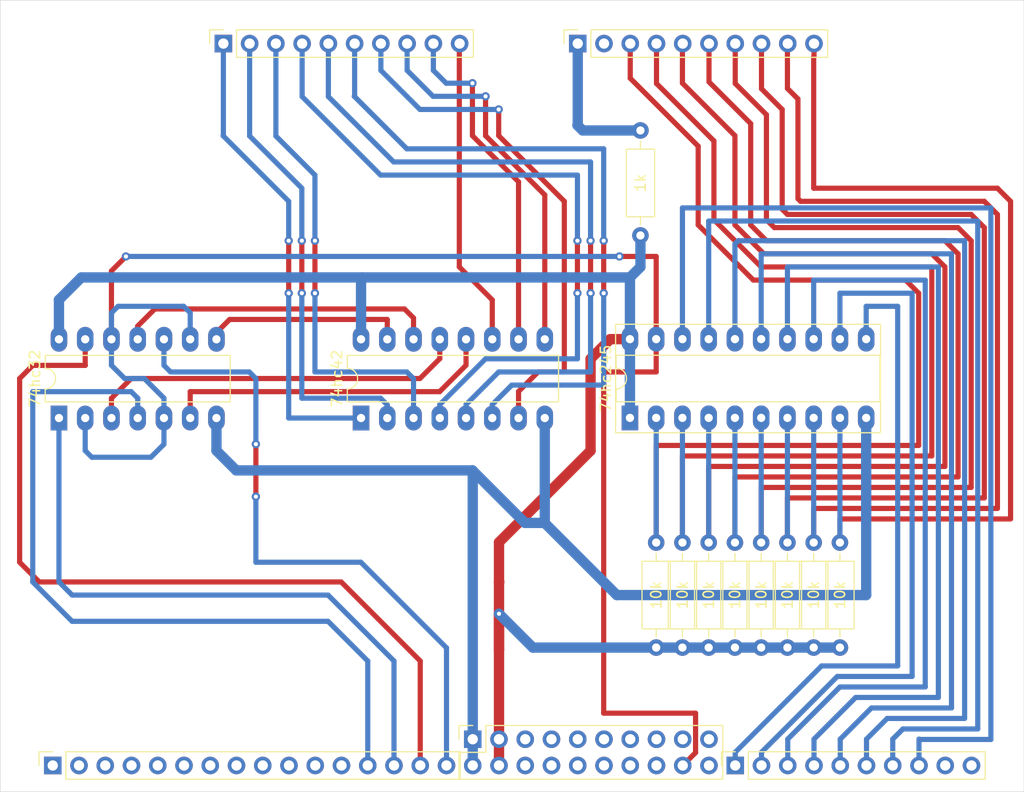
<source format=kicad_pcb>
(kicad_pcb (version 20211014) (generator pcbnew)
  (layers (0 "F.Cu" signal) (31 "B.Cu" signal) (34 "B.Paste" user) (35 "F.Paste" user) (36 "B.SilkS" user "B.Silkscreen") (37 "F.SilkS" user "F.Silkscreen") (38 "B.Mask" user) (39 "F.Mask" user) (44 "Edge.Cuts" user))
  (net 0 "")
  (footprint "Package_DIP:DIP-14_W7.62mm_LongPads" (layer "F.Cu") (at 97.15 100.98 90)
    (fp_text reference "74hc32" (at 3.81 -2.33 90) (layer "F.SilkS"))
    (fp_text value "DIP-14_W7.62mm_LongPads" hide)
    (pad "1" thru_hole rect (at 0 0 90) (size 2.4 1.6) (drill 0.8) (layers *.Cu *.Mask))
    (pad "2" thru_hole oval (at 0 2.54 90) (size 2.4 1.6) (drill 0.8) (layers *.Cu *.Mask))
    (pad "3" thru_hole oval (at 0 5.08 90) (size 2.4 1.6) (drill 0.8) (layers *.Cu *.Mask))
    (pad "4" thru_hole oval (at 0 7.62 90) (size 2.4 1.6) (drill 0.8) (layers *.Cu *.Mask))
    (pad "5" thru_hole oval (at 0 10.16 90) (size 2.4 1.6) (drill 0.8) (layers *.Cu *.Mask))
    (pad "6" thru_hole oval (at 0 12.7 90) (size 2.4 1.6) (drill 0.8) (layers *.Cu *.Mask))
    (pad "7" thru_hole oval (at 0 15.24 90) (size 2.4 1.6) (drill 0.8) (layers *.Cu *.Mask))
    (pad "8" thru_hole oval (at 7.62 15.24 90) (size 2.4 1.6) (drill 0.8) (layers *.Cu *.Mask))
    (pad "9" thru_hole oval (at 7.62 12.7 90) (size 2.4 1.6) (drill 0.8) (layers *.Cu *.Mask))
    (pad "10" thru_hole oval (at 7.62 10.16 90) (size 2.4 1.6) (drill 0.8) (layers *.Cu *.Mask))
    (pad "11" thru_hole oval (at 7.62 7.62 90) (size 2.4 1.6) (drill 0.8) (layers *.Cu *.Mask))
    (pad "12" thru_hole oval (at 7.62 5.08 90) (size 2.4 1.6) (drill 0.8) (layers *.Cu *.Mask))
    (pad "13" thru_hole oval (at 7.62 2.54 90) (size 2.4 1.6) (drill 0.8) (layers *.Cu *.Mask))
    (pad "14" thru_hole oval (at 7.62 0 90) (size 2.4 1.6) (drill 0.8) (layers *.Cu *.Mask))
  )
  (footprint "Connector_PinSocket_2.54mm:PinSocket_1x16_P2.54mm_Vertical" (layer "F.Cu") (at 96.55 134.6 90)
    (fp_text reference "REF**" hide)
    (fp_text value "PinSocket_1x16_P2.54mm_Vertical" hide)
    (pad "1" thru_hole rect (at 0 0 90) (size 1.7 1.7) (drill 1) (layers F&B.Cu *.Mask))
    (pad "2" thru_hole oval (at 0 2.54 90) (size 1.7 1.7) (drill 1) (layers F&B.Cu *.Mask))
    (pad "3" thru_hole oval (at 0 5.08 90) (size 1.7 1.7) (drill 1) (layers F&B.Cu *.Mask))
    (pad "4" thru_hole oval (at 0 7.62 90) (size 1.7 1.7) (drill 1) (layers F&B.Cu *.Mask))
    (pad "5" thru_hole oval (at 0 10.16 90) (size 1.7 1.7) (drill 1) (layers F&B.Cu *.Mask))
    (pad "6" thru_hole oval (at 0 12.7 90) (size 1.7 1.7) (drill 1) (layers F&B.Cu *.Mask))
    (pad "7" thru_hole oval (at 0 15.24 90) (size 1.7 1.7) (drill 1) (layers F&B.Cu *.Mask))
    (pad "8" thru_hole oval (at 0 17.78 90) (size 1.7 1.7) (drill 1) (layers F&B.Cu *.Mask))
    (pad "9" thru_hole oval (at 0 20.32 90) (size 1.7 1.7) (drill 1) (layers F&B.Cu *.Mask))
    (pad "10" thru_hole oval (at 0 22.86 90) (size 1.7 1.7) (drill 1) (layers F&B.Cu *.Mask))
    (pad "11" thru_hole oval (at 0 25.4 90) (size 1.7 1.7) (drill 1) (layers F&B.Cu *.Mask))
    (pad "12" thru_hole oval (at 0 27.94 90) (size 1.7 1.7) (drill 1) (layers F&B.Cu *.Mask))
    (pad "13" thru_hole oval (at 0 30.48 90) (size 1.7 1.7) (drill 1) (layers F&B.Cu *.Mask))
    (pad "14" thru_hole oval (at 0 33.02 90) (size 1.7 1.7) (drill 1) (layers F&B.Cu *.Mask))
    (pad "15" thru_hole oval (at 0 35.56 90) (size 1.7 1.7) (drill 1) (layers F&B.Cu *.Mask))
    (pad "16" thru_hole oval (at 0 38.1 90) (size 1.7 1.7) (drill 1) (layers F&B.Cu *.Mask))
  )
  (footprint "Resistor_THT:R_Axial_DIN0207_L6.3mm_D2.5mm_P10.16mm_Horizontal" (layer "F.Cu") (at 165.1 123.19 90)
    (fp_text reference "10k" (at 5.08 0 90) (layer "F.SilkS"))
    (fp_text value "R_Axial_DIN0207_L6.3mm_D2.5mm_P10.16mm_Horizontal" hide)
    (pad "1" thru_hole circle (at 0 0 90) (size 1.6 1.6) (drill 0.8) (layers F&B.Cu *.Mask))
    (pad "2" thru_hole oval (at 10.16 0 90) (size 1.6 1.6) (drill 0.8) (layers F&B.Cu *.Mask))
  )
  (footprint "Resistor_THT:R_Axial_DIN0207_L6.3mm_D2.5mm_P10.16mm_Horizontal" (layer "F.Cu") (at 153.416 73.152 -90)
    (fp_text reference "1k" (at 5.08 0 90) (layer "F.SilkS"))
    (fp_text value "R_Axial_DIN0207_L6.3mm_D2.5mm_P10.16mm_Horizontal" hide)
    (pad "1" thru_hole circle (at 0 0 270) (size 1.6 1.6) (drill 0.8) (layers F&B.Cu *.Mask))
    (pad "2" thru_hole oval (at 10.16 0 270) (size 1.6 1.6) (drill 0.8) (layers F&B.Cu *.Mask))
  )
  (footprint "Connector_PinSocket_2.54mm:PinSocket_1x10_P2.54mm_Vertical" (layer "F.Cu") (at 113.06 64.745 90)
    (fp_text reference "REF**" hide)
    (fp_text value "PinSocket_1x10_P2.54mm_Vertical" hide)
    (pad "1" thru_hole rect (at 0 0 90) (size 1.7 1.7) (drill 1) (layers F&B.Cu *.Mask))
    (pad "2" thru_hole oval (at 0 2.54 90) (size 1.7 1.7) (drill 1) (layers F&B.Cu *.Mask))
    (pad "3" thru_hole oval (at 0 5.08 90) (size 1.7 1.7) (drill 1) (layers F&B.Cu *.Mask))
    (pad "4" thru_hole oval (at 0 7.62 90) (size 1.7 1.7) (drill 1) (layers F&B.Cu *.Mask))
    (pad "5" thru_hole oval (at 0 10.16 90) (size 1.7 1.7) (drill 1) (layers F&B.Cu *.Mask))
    (pad "6" thru_hole oval (at 0 12.7 90) (size 1.7 1.7) (drill 1) (layers F&B.Cu *.Mask))
    (pad "7" thru_hole oval (at 0 15.24 90) (size 1.7 1.7) (drill 1) (layers F&B.Cu *.Mask))
    (pad "8" thru_hole oval (at 0 17.78 90) (size 1.7 1.7) (drill 1) (layers F&B.Cu *.Mask))
    (pad "9" thru_hole oval (at 0 20.32 90) (size 1.7 1.7) (drill 1) (layers F&B.Cu *.Mask))
    (pad "10" thru_hole oval (at 0 22.86 90) (size 1.7 1.7) (drill 1) (layers F&B.Cu *.Mask))
  )
  (footprint "Resistor_THT:R_Axial_DIN0207_L6.3mm_D2.5mm_P10.16mm_Horizontal" (layer "F.Cu") (at 154.94 123.19 90)
    (fp_text reference "10k" (at 5.08 0 90) (layer "F.SilkS"))
    (fp_text value "R_Axial_DIN0207_L6.3mm_D2.5mm_P10.16mm_Horizontal" hide)
    (pad "1" thru_hole circle (at 0 0 90) (size 1.6 1.6) (drill 0.8) (layers *.Cu *.Mask))
    (pad "2" thru_hole oval (at 10.16 0 90) (size 1.6 1.6) (drill 0.8) (layers *.Cu *.Mask))
  )
  (footprint "Resistor_THT:R_Axial_DIN0207_L6.3mm_D2.5mm_P10.16mm_Horizontal" (layer "F.Cu") (at 167.64 123.19 90)
    (fp_text reference "10k" (at 5.08 0 90) (layer "F.SilkS"))
    (fp_text value "R_Axial_DIN0207_L6.3mm_D2.5mm_P10.16mm_Horizontal" hide)
    (pad "1" thru_hole circle (at 0 0 90) (size 1.6 1.6) (drill 0.8) (layers F&B.Cu *.Mask))
    (pad "2" thru_hole oval (at 10.16 0 90) (size 1.6 1.6) (drill 0.8) (layers F&B.Cu *.Mask))
  )
  (footprint "Package_DIP:DIP-20_W7.62mm_Socket_LongPads" (layer "F.Cu") (at 152.4 100.965 90)
    (fp_text reference "74hc245" (at 3.81 -2.33 90) (layer "F.SilkS"))
    (fp_text value "DIP-20_W7.62mm_Socket_LongPads" hide)
    (pad "1" thru_hole rect (at 0 0 90) (size 2.4 1.6) (drill 0.8) (layers *.Cu *.Mask))
    (pad "2" thru_hole oval (at 0 2.54 90) (size 2.4 1.6) (drill 0.8) (layers *.Cu *.Mask))
    (pad "3" thru_hole oval (at 0 5.08 90) (size 2.4 1.6) (drill 0.8) (layers *.Cu *.Mask))
    (pad "4" thru_hole oval (at 0 7.62 90) (size 2.4 1.6) (drill 0.8) (layers *.Cu *.Mask))
    (pad "5" thru_hole oval (at 0 10.16 90) (size 2.4 1.6) (drill 0.8) (layers *.Cu *.Mask))
    (pad "6" thru_hole oval (at 0 12.7 90) (size 2.4 1.6) (drill 0.8) (layers *.Cu *.Mask))
    (pad "7" thru_hole oval (at 0 15.24 90) (size 2.4 1.6) (drill 0.8) (layers *.Cu *.Mask))
    (pad "8" thru_hole oval (at 0 17.78 90) (size 2.4 1.6) (drill 0.8) (layers *.Cu *.Mask))
    (pad "9" thru_hole oval (at 0 20.32 90) (size 2.4 1.6) (drill 0.8) (layers *.Cu *.Mask))
    (pad "10" thru_hole oval (at 0 22.86 90) (size 2.4 1.6) (drill 0.8) (layers *.Cu *.Mask))
    (pad "11" thru_hole oval (at 7.62 22.86 90) (size 2.4 1.6) (drill 0.8) (layers *.Cu *.Mask))
    (pad "12" thru_hole oval (at 7.62 20.32 90) (size 2.4 1.6) (drill 0.8) (layers *.Cu *.Mask))
    (pad "13" thru_hole oval (at 7.62 17.78 90) (size 2.4 1.6) (drill 0.8) (layers *.Cu *.Mask))
    (pad "14" thru_hole oval (at 7.62 15.24 90) (size 2.4 1.6) (drill 0.8) (layers *.Cu *.Mask))
    (pad "15" thru_hole oval (at 7.62 12.7 90) (size 2.4 1.6) (drill 0.8) (layers *.Cu *.Mask))
    (pad "16" thru_hole oval (at 7.62 10.16 90) (size 2.4 1.6) (drill 0.8) (layers *.Cu *.Mask))
    (pad "17" thru_hole oval (at 7.62 7.62 90) (size 2.4 1.6) (drill 0.8) (layers *.Cu *.Mask))
    (pad "18" thru_hole oval (at 7.62 5.08 90) (size 2.4 1.6) (drill 0.8) (layers *.Cu *.Mask))
    (pad "19" thru_hole oval (at 7.62 2.54 90) (size 2.4 1.6) (drill 0.8) (layers *.Cu *.Mask))
    (pad "20" thru_hole oval (at 7.62 0 90) (size 2.4 1.6) (drill 0.8) (layers *.Cu *.Mask))
  )
  (footprint "Resistor_THT:R_Axial_DIN0207_L6.3mm_D2.5mm_P10.16mm_Horizontal" (layer "F.Cu") (at 162.56 123.19 90)
    (fp_text reference "10k" (at 5.08 0 90) (layer "F.SilkS"))
    (fp_text value "R_Axial_DIN0207_L6.3mm_D2.5mm_P10.16mm_Horizontal" hide)
    (pad "1" thru_hole circle (at 0 0 90) (size 1.6 1.6) (drill 0.8) (layers F&B.Cu *.Mask))
    (pad "2" thru_hole oval (at 10.16 0 90) (size 1.6 1.6) (drill 0.8) (layers F&B.Cu *.Mask))
  )
  (footprint "Connector_PinSocket_2.54mm:PinSocket_1x10_P2.54mm_Vertical" (layer "F.Cu") (at 162.59 134.6 90)
    (fp_text reference "REF**" hide)
    (fp_text value "PinSocket_1x10_P2.54mm_Vertical" hide)
    (pad "1" thru_hole rect (at 0 0 90) (size 1.7 1.7) (drill 1) (layers F&B.Cu *.Mask))
    (pad "2" thru_hole oval (at 0 2.54 90) (size 1.7 1.7) (drill 1) (layers F&B.Cu *.Mask))
    (pad "3" thru_hole oval (at 0 5.08 90) (size 1.7 1.7) (drill 1) (layers F&B.Cu *.Mask))
    (pad "4" thru_hole oval (at 0 7.62 90) (size 1.7 1.7) (drill 1) (layers F&B.Cu *.Mask))
    (pad "5" thru_hole oval (at 0 10.16 90) (size 1.7 1.7) (drill 1) (layers F&B.Cu *.Mask))
    (pad "6" thru_hole oval (at 0 12.7 90) (size 1.7 1.7) (drill 1) (layers F&B.Cu *.Mask))
    (pad "7" thru_hole oval (at 0 15.24 90) (size 1.7 1.7) (drill 1) (layers F&B.Cu *.Mask))
    (pad "8" thru_hole oval (at 0 17.78 90) (size 1.7 1.7) (drill 1) (layers F&B.Cu *.Mask))
    (pad "9" thru_hole oval (at 0 20.32 90) (size 1.7 1.7) (drill 1) (layers F&B.Cu *.Mask))
    (pad "10" thru_hole oval (at 0 22.86 90) (size 1.7 1.7) (drill 1) (layers F&B.Cu *.Mask))
  )
  (footprint "Package_DIP:DIP-16_W7.62mm_LongPads" (layer "F.Cu") (at 126.38 100.98 90)
    (fp_text reference "74hc42" (at 3.81 -2.33 90) (layer "F.SilkS"))
    (fp_text value "DIP-16_W7.62mm_LongPads" hide)
    (pad "1" thru_hole rect (at 0 0 90) (size 2.4 1.6) (drill 0.8) (layers *.Cu *.Mask))
    (pad "2" thru_hole oval (at 0 2.54 90) (size 2.4 1.6) (drill 0.8) (layers *.Cu *.Mask))
    (pad "3" thru_hole oval (at 0 5.08 90) (size 2.4 1.6) (drill 0.8) (layers *.Cu *.Mask))
    (pad "4" thru_hole oval (at 0 7.62 90) (size 2.4 1.6) (drill 0.8) (layers *.Cu *.Mask))
    (pad "5" thru_hole oval (at 0 10.16 90) (size 2.4 1.6) (drill 0.8) (layers *.Cu *.Mask))
    (pad "6" thru_hole oval (at 0 12.7 90) (size 2.4 1.6) (drill 0.8) (layers *.Cu *.Mask))
    (pad "7" thru_hole oval (at 0 15.24 90) (size 2.4 1.6) (drill 0.8) (layers *.Cu *.Mask))
    (pad "8" thru_hole oval (at 0 17.78 90) (size 2.4 1.6) (drill 0.8) (layers *.Cu *.Mask))
    (pad "9" thru_hole oval (at 7.62 17.78 90) (size 2.4 1.6) (drill 0.8) (layers *.Cu *.Mask))
    (pad "10" thru_hole oval (at 7.62 15.24 90) (size 2.4 1.6) (drill 0.8) (layers *.Cu *.Mask))
    (pad "11" thru_hole oval (at 7.62 12.7 90) (size 2.4 1.6) (drill 0.8) (layers *.Cu *.Mask))
    (pad "12" thru_hole oval (at 7.62 10.16 90) (size 2.4 1.6) (drill 0.8) (layers *.Cu *.Mask))
    (pad "13" thru_hole oval (at 7.62 7.62 90) (size 2.4 1.6) (drill 0.8) (layers *.Cu *.Mask))
    (pad "14" thru_hole oval (at 7.62 5.08 90) (size 2.4 1.6) (drill 0.8) (layers *.Cu *.Mask))
    (pad "15" thru_hole oval (at 7.62 2.54 90) (size 2.4 1.6) (drill 0.8) (layers *.Cu *.Mask))
    (pad "16" thru_hole oval (at 7.62 0 90) (size 2.4 1.6) (drill 0.8) (layers *.Cu *.Mask))
  )
  (footprint "Resistor_THT:R_Axial_DIN0207_L6.3mm_D2.5mm_P10.16mm_Horizontal" (layer "F.Cu") (at 160.02 123.19 90)
    (fp_text reference "10k" (at 5.08 0 90) (layer "F.SilkS"))
    (fp_text value "R_Axial_DIN0207_L6.3mm_D2.5mm_P10.16mm_Horizontal" hide)
    (pad "1" thru_hole circle (at 0 0 90) (size 1.6 1.6) (drill 0.8) (layers F&B.Cu *.Mask))
    (pad "2" thru_hole oval (at 10.16 0 90) (size 1.6 1.6) (drill 0.8) (layers F&B.Cu *.Mask))
  )
  (footprint "Resistor_THT:R_Axial_DIN0207_L6.3mm_D2.5mm_P10.16mm_Horizontal" (layer "F.Cu") (at 157.48 123.19 90)
    (fp_text reference "10k" (at 5.08 0 90) (layer "F.SilkS"))
    (fp_text value "R_Axial_DIN0207_L6.3mm_D2.5mm_P10.16mm_Horizontal" hide)
    (pad "1" thru_hole circle (at 0 0 90) (size 1.6 1.6) (drill 0.8) (layers F&B.Cu *.Mask))
    (pad "2" thru_hole oval (at 10.16 0 90) (size 1.6 1.6) (drill 0.8) (layers F&B.Cu *.Mask))
  )
  (footprint "Resistor_THT:R_Axial_DIN0207_L6.3mm_D2.5mm_P10.16mm_Horizontal" (layer "F.Cu") (at 172.72 123.19 90)
    (fp_text reference "10k" (at 5.08 0 90) (layer "F.SilkS"))
    (fp_text value "R_Axial_DIN0207_L6.3mm_D2.5mm_P10.16mm_Horizontal" hide)
    (pad "1" thru_hole circle (at 0 0 90) (size 1.6 1.6) (drill 0.8) (layers F&B.Cu *.Mask))
    (pad "2" thru_hole oval (at 10.16 0 90) (size 1.6 1.6) (drill 0.8) (layers F&B.Cu *.Mask))
  )
  (footprint "Resistor_THT:R_Axial_DIN0207_L6.3mm_D2.5mm_P10.16mm_Horizontal" (layer "F.Cu") (at 170.18 123.19 90)
    (fp_text reference "10k" (at 5.08 0 90) (layer "F.SilkS"))
    (fp_text value "R_Axial_DIN0207_L6.3mm_D2.5mm_P10.16mm_Horizontal" hide)
    (pad "1" thru_hole circle (at 0 0 90) (size 1.6 1.6) (drill 0.8) (layers F&B.Cu *.Mask))
    (pad "2" thru_hole oval (at 10.16 0 90) (size 1.6 1.6) (drill 0.8) (layers F&B.Cu *.Mask))
  )
  (footprint "Connector_PinSocket_2.54mm:PinSocket_1x10_P2.54mm_Vertical" (layer "F.Cu") (at 147.35 64.745 90)
    (fp_text reference "REF**" hide)
    (fp_text value "PinSocket_1x10_P2.54mm_Vertical" hide)
    (pad "1" thru_hole rect (at 0 0 90) (size 1.7 1.7) (drill 1) (layers F&B.Cu *.Mask))
    (pad "2" thru_hole oval (at 0 2.54 90) (size 1.7 1.7) (drill 1) (layers F&B.Cu *.Mask))
    (pad "3" thru_hole oval (at 0 5.08 90) (size 1.7 1.7) (drill 1) (layers F&B.Cu *.Mask))
    (pad "4" thru_hole oval (at 0 7.62 90) (size 1.7 1.7) (drill 1) (layers F&B.Cu *.Mask))
    (pad "5" thru_hole oval (at 0 10.16 90) (size 1.7 1.7) (drill 1) (layers F&B.Cu *.Mask))
    (pad "6" thru_hole oval (at 0 12.7 90) (size 1.7 1.7) (drill 1) (layers F&B.Cu *.Mask))
    (pad "7" thru_hole oval (at 0 15.24 90) (size 1.7 1.7) (drill 1) (layers F&B.Cu *.Mask))
    (pad "8" thru_hole oval (at 0 17.78 90) (size 1.7 1.7) (drill 1) (layers F&B.Cu *.Mask))
    (pad "9" thru_hole oval (at 0 20.32 90) (size 1.7 1.7) (drill 1) (layers F&B.Cu *.Mask))
    (pad "10" thru_hole oval (at 0 22.86 90) (size 1.7 1.7) (drill 1) (layers F&B.Cu *.Mask))
  )
  (footprint "Connector_PinSocket_2.54mm:PinSocket_2x10_P2.54mm_Vertical" (layer "F.Cu") (at 137.19 132.06 90)
    (fp_text reference "REF**" hide)
    (fp_text value "PinSocket_2x10_P2.54mm_Vertical" hide)
    (pad "1" thru_hole rect (at 0 0 90) (size 1.7 1.7) (drill 1) (layers F&B.Cu *.Mask))
    (pad "2" thru_hole oval (at -2.54 0 90) (size 1.7 1.7) (drill 1) (layers F&B.Cu *.Mask))
    (pad "3" thru_hole oval (at 0 2.54 90) (size 1.7 1.7) (drill 1) (layers F&B.Cu *.Mask))
    (pad "4" thru_hole oval (at -2.54 2.54 90) (size 1.7 1.7) (drill 1) (layers F&B.Cu *.Mask))
    (pad "5" thru_hole oval (at 0 5.08 90) (size 1.7 1.7) (drill 1) (layers F&B.Cu *.Mask))
    (pad "6" thru_hole oval (at -2.54 5.08 90) (size 1.7 1.7) (drill 1) (layers F&B.Cu *.Mask))
    (pad "7" thru_hole oval (at 0 7.62 90) (size 1.7 1.7) (drill 1) (layers F&B.Cu *.Mask))
    (pad "8" thru_hole oval (at -2.54 7.62 90) (size 1.7 1.7) (drill 1) (layers F&B.Cu *.Mask))
    (pad "9" thru_hole oval (at 0 10.16 90) (size 1.7 1.7) (drill 1) (layers F&B.Cu *.Mask))
    (pad "10" thru_hole oval (at -2.54 10.16 90) (size 1.7 1.7) (drill 1) (layers F&B.Cu *.Mask))
    (pad "11" thru_hole oval (at 0 12.7 90) (size 1.7 1.7) (drill 1) (layers F&B.Cu *.Mask))
    (pad "12" thru_hole oval (at -2.54 12.7 90) (size 1.7 1.7) (drill 1) (layers F&B.Cu *.Mask))
    (pad "13" thru_hole oval (at 0 15.24 90) (size 1.7 1.7) (drill 1) (layers F&B.Cu *.Mask))
    (pad "14" thru_hole oval (at -2.54 15.24 90) (size 1.7 1.7) (drill 1) (layers F&B.Cu *.Mask))
    (pad "15" thru_hole oval (at 0 17.78 90) (size 1.7 1.7) (drill 1) (layers F&B.Cu *.Mask))
    (pad "16" thru_hole oval (at -2.54 17.78 90) (size 1.7 1.7) (drill 1) (layers F&B.Cu *.Mask))
    (pad "17" thru_hole oval (at 0 20.32 90) (size 1.7 1.7) (drill 1) (layers F&B.Cu *.Mask))
    (pad "18" thru_hole oval (at -2.54 20.32 90) (size 1.7 1.7) (drill 1) (layers F&B.Cu *.Mask))
    (pad "19" thru_hole oval (at 0 22.86 90) (size 1.7 1.7) (drill 1) (layers F&B.Cu *.Mask))
    (pad "20" thru_hole oval (at -2.54 22.86 90) (size 1.7 1.7) (drill 1) (layers F&B.Cu *.Mask))
  )
  (gr_rect (start 91.47 60.554) (end 190.53 137.14) (layer "Edge.Cuts") (width 0.05) (fill none))
  (segment (start 102.23 86.746) (end 102.23 93.36) (width 0.5) (layer "F.Cu") (net 0))
  (segment (start 186.69 82.55) (end 186.69 108.712) (width 0.5) (layer "F.Cu") (net 0))
  (segment (start 166.37 82.55) (end 165.608 81.788) (width 0.5) (layer "F.Cu") (net 0))
  (segment (start 159.004 82.296) (end 159.004 74.676) (width 0.5) (layer "F.Cu") (net 0))
  (segment (start 172.72 110.744) (end 189.23 110.744) (width 0.5) (layer "F.Cu") (net 0))
  (segment (start 149.86 88.9) (end 149.86 83.82) (width 0.5) (layer "F.Cu") (net 0))
  (segment (start 172.72 113.03) (end 172.72 110.744) (width 0.5) (layer "F.Cu") (net 0))
  (segment (start 136.54 95.87) (end 136.54 93.36) (width 0.5) (layer "F.Cu") (net 0))
  (segment (start 130.586 90.424) (end 131.46 91.298) (width 0.5) (layer "F.Cu") (net 0))
  (segment (start 104.14 97.155) (end 132.08 97.155) (width 0.5) (layer "F.Cu") (net 0))
  (segment (start 160.05 68.4555) (end 164.084 72.4895) (width 0.5) (layer "F.Cu") (net 0))
  (segment (start 168.656 79.756) (end 168.656 70.104) (width 0.5) (layer "F.Cu") (net 0))
  (segment (start 167.64 81.28) (end 185.42 81.28) (width 0.5) (layer "F.Cu") (net 0))
  (segment (start 185.42 81.28) (end 186.69 82.55) (width 0.5) (layer "F.Cu") (net 0))
  (segment (start 154.94 113.03) (end 154.94 103.632) (width 0.5) (layer "F.Cu") (net 0))
  (segment (start 139.73 119.918) (end 139.73 123.414) (width 1) (layer "F.Cu") (net 0))
  (segment (start 134 95.235) (end 134 93.36) (width 0.5) (layer "F.Cu") (net 0))
  (segment (start 179.07 87.63) (end 164.338 87.63) (width 0.5) (layer "F.Cu") (net 0))
  (segment (start 147.32 88.9) (end 147.32 83.82) (width 0.5) (layer "F.Cu") (net 0))
  (segment (start 119.38 88.9) (end 119.38 83.82) (width 0.5) (layer "F.Cu") (net 0))
  (segment (start 93.345 97.155) (end 94.615 95.885) (width 0.5) (layer "F.Cu") (net 0))
  (segment (start 159.004 74.676) (end 152.43 68.102) (width 0.5) (layer "F.Cu") (net 0))
  (segment (start 189.23 110.744) (end 189.23 80.01) (width 0.5) (layer "F.Cu") (net 0))
  (segment (start 189.23 80.01) (end 187.96 78.74) (width 0.5) (layer "F.Cu") (net 0))
  (segment (start 165.608 71.628) (end 162.59 68.61) (width 0.5) (layer "F.Cu") (net 0))
  (segment (start 182.88 83.82) (end 184.15 85.09) (width 0.5) (layer "F.Cu") (net 0))
  (segment (start 132.11 124.49) (end 124.46 116.84) (width 0.5) (layer "F.Cu") (net 0))
  (segment (start 168.656 70.104) (end 167.64 69.088) (width 0.5) (layer "F.Cu") (net 0))
  (segment (start 162.59 68.61) (end 162.59 64.745) (width 0.5) (layer "F.Cu") (net 0))
  (segment (start 181.61 86.36) (end 165.1 86.36) (width 0.5) (layer "F.Cu") (net 0))
  (segment (start 165.608 83.82) (end 182.88 83.82) (width 0.5) (layer "F.Cu") (net 0))
  (segment (start 186.69 80.01) (end 168.91 80.01) (width 0.5) (layer "F.Cu") (net 0))
  (segment (start 187.96 78.74) (end 170.18 78.74) (width 0.5) (layer "F.Cu") (net 0))
  (segment (start 165.13 64.745) (end 165.13 69.118) (width 0.5) (layer "F.Cu") (net 0))
  (segment (start 139.73 116.87) (end 139.73 123.414) (width 1) (layer "F.Cu") (net 0))
  (segment (start 131.46 91.298) (end 131.46 93.36) (width 0.5) (layer "F.Cu") (net 0))
  (segment (start 162.56 73.66) (end 157.48 68.58) (width 0.5) (layer "F.Cu") (net 0))
  (segment (start 146.05 96.52) (end 146.05 80.01) (width 0.5) (layer "F.Cu") (net 0))
  (segment (start 165.608 81.788) (end 165.608 71.628) (width 0.5) (layer "F.Cu") (net 0))
  (segment (start 128.92 93.36) (end 128.92 91.455) (width 0.5) (layer "F.Cu") (net 0))
  (segment (start 187.96 81.28) (end 186.69 80.01) (width 0.5) (layer "F.Cu") (net 0))
  (segment (start 150.495 93.345) (end 148.59 95.25) (width 1) (layer "F.Cu") (net 0))
  (segment (start 93.345 114.935) (end 93.345 97.155) (width 0.5) (layer "F.Cu") (net 0))
  (segment (start 167.64 69.088) (end 167.64 64.775) (width 0.5) (layer "F.Cu") (net 0))
  (segment (start 182.88 105.664) (end 182.88 86.36) (width 0.5) (layer "F.Cu") (net 0))
  (segment (start 170.21 66.01) (end 170.21 64.745) (width 0.5) (layer "F.Cu") (net 0))
  (segment (start 109.85 98.43) (end 109.855 98.425) (width 0.5) (layer "F.Cu") (net 0))
  (segment (start 139.76 116.84) (end 139.73 116.87) (width 1) (layer "F.Cu") (net 0))
  (segment (start 151.384 85.344) (end 154.94 85.344) (width 0.5) (layer "F.Cu") (net 0))
  (segment (start 157.51 134.6) (end 158.75 133.36) (width 0.5) (layer "F.Cu") (net 0))
  (segment (start 157.48 113.03) (end 157.48 104.648) (width 0.5) (layer "F.Cu") (net 0))
  (segment (start 170.18 109.728) (end 187.96 109.728) (width 0.5) (layer "F.Cu") (net 0))
  (segment (start 170.18 66.04) (end 170.21 66.01) (width 0.5) (layer "F.Cu") (net 0))
  (segment (start 162.56 106.68) (end 162.56 113.03) (width 0.5) (layer "F.Cu") (net 0))
  (segment (start 187.96 109.728) (end 187.96 81.28) (width 0.5) (layer "F.Cu") (net 0))
  (segment (start 182.88 86.36) (end 181.61 85.09) (width 0.5) (layer "F.Cu") (net 0))
  (segment (start 160.02 105.664) (end 182.88 105.664) (width 0.5) (layer "F.Cu") (net 0))
  (segment (start 170.18 78.74) (end 170.18 66.04) (width 0.5) (layer "F.Cu") (net 0))
  (segment (start 109.855 98.425) (end 133.985 98.425) (width 0.5) (layer "F.Cu") (net 0))
  (segment (start 160.02 113.03) (end 160.02 105.664) (width 0.5) (layer "F.Cu") (net 0))
  (segment (start 157.48 68.58) (end 157.48 64.775) (width 0.5) (layer "F.Cu") (net 0))
  (segment (start 170.18 113.03) (end 170.18 109.728) (width 0.5) (layer "F.Cu") (net 0))
  (segment (start 167.132 71.12) (end 167.132 80.772) (width 0.5) (layer "F.Cu") (net 0))
  (segment (start 139.08 89.55) (end 135.89 86.36) (width 0.5) (layer "F.Cu") (net 0))
  (segment (start 164.084 82.296) (end 165.608 83.82) (width 0.5) (layer "F.Cu") (net 0))
  (segment (start 165.1 113.03) (end 165.1 107.696) (width 0.5) (layer "F.Cu") (net 0))
  (segment (start 109.85 100.98) (end 109.85 98.43) (width 0.5) (layer "F.Cu") (net 0))
  (segment (start 148.59 95.25) (end 148.59 104.14) (width 1) (layer "F.Cu") (net 0))
  (segment (start 152.4 93.345) (end 150.495 93.345) (width 1) (layer "F.Cu") (net 0))
  (segment (start 146.05 80.01) (end 139.7 73.66) (width 0.5) (layer "F.Cu") (net 0))
  (segment (start 141.62 93.36) (end 141.62 78.12) (width 0.5) (layer "F.Cu") (net 0))
  (segment (start 160.05 64.745) (end 160.05 68.4555) (width 0.5) (layer "F.Cu") (net 0))
  (segment (start 138.43 73.66) (end 138.43 69.85) (width 0.5) (layer "F.Cu") (net 0))
  (segment (start 154.94 85.344) (end 154.94 93.345) (width 0.5) (layer "F.Cu") (net 0))
  (segment (start 141.62 100.98) (end 141.62 98.41) (width 0.5) (layer "F.Cu") (net 0))
  (segment (start 102.23 99.065) (end 104.14 97.155) (width 0.5) (layer "F.Cu") (net 0))
  (segment (start 132.11 134.6) (end 132.11 124.49) (width 0.5) (layer "F.Cu") (net 0))
  (segment (start 139.08 93.36) (end 139.08 89.55) (width 0.5) (layer "F.Cu") (net 0))
  (segment (start 104.77 92.08) (end 106.426 90.424) (width 0.5) (layer "F.Cu") (net 0))
  (segment (start 104.77 93.36) (end 104.77 92.08) (width 0.5) (layer "F.Cu") (net 0))
  (segment (start 152.43 68.102) (end 152.43 64.745) (width 0.5) (layer "F.Cu") (net 0))
  (segment (start 165.1 86.36) (end 160.528 81.788) (width 0.5) (layer "F.Cu") (net 0))
  (segment (start 133.985 98.425) (end 136.54 95.87) (width 0.5) (layer "F.Cu") (net 0))
  (segment (start 148.59 88.9) (end 148.59 83.82) (width 0.5) (layer "F.Cu") (net 0))
  (segment (start 139.73 123.414) (end 139.73 132.06) (width 1) (layer "F.Cu") (net 0))
  (segment (start 185.42 83.82) (end 184.15 82.55) (width 0.5) (layer "F.Cu") (net 0))
  (segment (start 164.338 87.63) (end 159.004 82.296) (width 0.5) (layer "F.Cu") (net 0))
  (segment (start 132.08 97.155) (end 134 95.235) (width 0.5) (layer "F.Cu") (net 0))
  (segment (start 144.16 93.36) (end 144.16 79.39) (width 0.5) (layer "F.Cu") (net 0))
  (segment (start 149.86 96.52) (end 154.94 96.52) (width 0.5) (layer "F.Cu") (net 0))
  (segment (start 141.62 98.41) (end 143.51 96.52) (width 0.5) (layer "F.Cu") (net 0))
  (segment (start 154.94 103.632) (end 180.34 103.632) (width 0.5) (layer "F.Cu") (net 0))
  (segment (start 103.632 85.344) (end 102.23 86.746) (width 0.5) (layer "F.Cu") (net 0))
  (segment (start 160.528 74.168) (end 154.97 68.61) (width 0.5) (layer "F.Cu") (net 0))
  (segment (start 165.1 107.696) (end 185.42 107.696) (width 0.5) (layer "F.Cu") (net 0))
  (segment (start 99.69 95.88) (end 99.69 93.36) (width 0.5) (layer "F.Cu") (net 0))
  (segment (start 141.62 78.12) (end 137.16 73.66) (width 0.5) (layer "F.Cu") (net 0))
  (segment (start 148.59 104.14) (end 139.73 113) (width 1) (layer "F.Cu") (net 0))
  (segment (start 180.34 103.632) (end 180.34 88.9) (width 0.5) (layer "F.Cu") (net 0))
  (segment (start 139.73 132.06) (end 139.73 134.6) (width 1) (layer "F.Cu") (net 0))
  (segment (start 95.25 116.84) (end 93.345 114.935) (width 0.5) (layer "F.Cu") (net 0))
  (segment (start 113.665 91.44) (end 112.39 92.715) (width 0.5) (layer "F.Cu") (net 0))
  (segment (start 128.905 91.44) (end 113.665 91.44) (width 0.5) (layer "F.Cu") (net 0))
  (segment (start 137.16 73.66) (end 137.16 68.58) (width 0.5) (layer "F.Cu") (net 0))
  (segment (start 185.42 107.696) (end 185.42 83.82) (width 0.5) (layer "F.Cu") (net 0))
  (segment (start 120.65 88.9) (end 120.65 83.82) (width 0.5) (layer "F.Cu") (net 0))
  (segment (start 164.084 72.4895) (end 164.084 82.296) (width 0.5) (layer "F.Cu") (net 0))
  (segment (start 168.91 80.01) (end 168.656 79.756) (width 0.5) (layer "F.Cu") (net 0))
  (segment (start 165.13 69.118) (end 167.132 71.12) (width 0.5) (layer "F.Cu") (net 0))
  (segment (start 128.92 91.455) (end 128.905 91.44) (width 0.5) (layer "F.Cu") (net 0))
  (segment (start 184.15 85.09) (end 184.15 106.68) (width 0.5) (layer "F.Cu") (net 0))
  (segment (start 158.75 133.36) (end 158.75 129.54) (width 0.5) (layer "F.Cu") (net 0))
  (segment (start 167.132 80.772) (end 167.64 81.28) (width 0.5) (layer "F.Cu") (net 0))
  (segment (start 94.615 95.885) (end 99.695 95.885) (width 0.5) (layer "F.Cu") (net 0))
  (segment (start 154.94 96.52) (end 154.94 93.345) (width 0.5) (layer "F.Cu") (net 0))
  (segment (start 186.69 108.712) (end 167.64 108.712) (width 0.5) (layer "F.Cu") (net 0))
  (segment (start 165.354 85.09) (end 162.56 82.296) (width 0.5) (layer "F.Cu") (net 0))
  (segment (start 167.64 64.775) (end 167.67 64.745) (width 0.5) (layer "F.Cu") (net 0))
  (segment (start 157.48 104.648) (end 181.61 104.648) (width 0.5) (layer "F.Cu") (net 0))
  (segment (start 106.426 90.424) (end 130.586 90.424) (width 0.5) (layer "F.Cu") (net 0))
  (segment (start 181.61 85.09) (end 165.354 85.09) (width 0.5) (layer "F.Cu") (net 0))
  (segment (start 116.205 108.585) (end 116.205 103.505) (width 0.5) (layer "F.Cu") (net 0))
  (segment (start 180.34 88.9) (end 179.07 87.63) (width 0.5) (layer "F.Cu") (net 0))
  (segment (start 149.86 129.54) (end 149.86 96.52) (width 0.5) (layer "F.Cu") (net 0))
  (segment (start 139.73 113) (end 139.73 116.87) (width 1) (layer "F.Cu") (net 0))
  (segment (start 160.528 81.788) (end 160.528 74.168) (width 0.5) (layer "F.Cu") (net 0))
  (segment (start 184.15 82.55) (end 166.37 82.55) (width 0.5) (layer "F.Cu") (net 0))
  (segment (start 121.92 83.82) (end 121.92 88.9) (width 0.5) (layer "F.Cu") (net 0))
  (segment (start 99.695 95.885) (end 99.69 95.88) (width 0.5) (layer "F.Cu") (net 0))
  (segment (start 102.23 100.98) (end 102.23 99.065) (width 0.5) (layer "F.Cu") (net 0))
  (segment (start 162.56 82.296) (end 162.56 73.66) (width 0.5) (layer "F.Cu") (net 0))
  (segment (start 181.61 104.648) (end 181.61 86.36) (width 0.5) (layer "F.Cu") (net 0))
  (segment (start 124.46 116.84) (end 95.25 116.84) (width 0.5) (layer "F.Cu") (net 0))
  (segment (start 112.39 92.715) (end 112.39 93.36) (width 0.5) (layer "F.Cu") (net 0))
  (segment (start 135.89 64.775) (end 135.92 64.745) (width 0.5) (layer "F.Cu") (net 0))
  (segment (start 135.89 86.36) (end 135.89 64.775) (width 0.5) (layer "F.Cu") (net 0))
  (segment (start 139.7 73.66) (end 139.7 71.12) (width 0.5) (layer "F.Cu") (net 0))
  (segment (start 144.16 79.39) (end 138.43 73.66) (width 0.5) (layer "F.Cu") (net 0))
  (segment (start 167.64 108.712) (end 167.64 113.03) (width 0.5) (layer "F.Cu") (net 0))
  (segment (start 143.51 96.52) (end 146.05 96.52) (width 0.5) (layer "F.Cu") (net 0))
  (segment (start 157.48 64.775) (end 157.51 64.745) (width 0.5) (layer "F.Cu") (net 0))
  (segment (start 154.97 68.61) (end 154.97 64.745) (width 0.5) (layer "F.Cu") (net 0))
  (segment (start 184.15 106.68) (end 162.56 106.68) (width 0.5) (layer "F.Cu") (net 0))
  (segment (start 158.75 129.54) (end 149.86 129.54) (width 0.5) (layer "F.Cu") (net 0))
  (via (at 116.205 103.505) (size 0.8) (drill 0.4) (layers "F.Cu" "B.Cu") (net 0))
  (via (at 119.38 88.9) (size 0.8) (drill 0.4) (layers "F.Cu" "B.Cu") (net 0))
  (via (at 121.92 83.82) (size 0.8) (drill 0.4) (layers "F.Cu" "B.Cu") (net 0))
  (via (at 138.43 69.85) (size 0.8) (drill 0.4) (layers "F.Cu" "B.Cu") (net 0))
  (via (at 148.59 88.9) (size 0.8) (drill 0.4) (layers "F.Cu" "B.Cu") (net 0))
  (via (at 121.92 88.9) (size 0.8) (drill 0.4) (layers "F.Cu" "B.Cu") (net 0))
  (via (at 116.205 108.585) (size 0.8) (drill 0.4) (layers "F.Cu" "B.Cu") (net 0))
  (via (at 148.59 83.82) (size 0.8) (drill 0.4) (layers "F.Cu" "B.Cu") (net 0))
  (via (at 103.632 85.344) (size 0.8) (drill 0.4) (layers "F.Cu" "B.Cu") (net 0))
  (via (at 147.32 88.9) (size 0.8) (drill 0.4) (layers "F.Cu" "B.Cu") (net 0))
  (via (at 120.65 88.9) (size 0.8) (drill 0.4) (layers "F.Cu" "B.Cu") (net 0))
  (via (at 149.86 88.9) (size 0.8) (drill 0.4) (layers "F.Cu" "B.Cu") (net 0))
  (via (at 137.16 68.58) (size 0.8) (drill 0.4) (layers "F.Cu" "B.Cu") (net 0))
  (via (at 149.86 83.82) (size 0.8) (drill 0.4) (layers "F.Cu" "B.Cu") (net 0))
  (via (at 151.384 85.344) (size 0.8) (drill 0.4) (layers "F.Cu" "B.Cu") (net 0))
  (via (at 120.65 83.82) (size 0.8) (drill 0.4) (layers "F.Cu" "B.Cu") (net 0))
  (via (at 147.32 83.82) (size 0.8) (drill 0.4) (layers "F.Cu" "B.Cu") (net 0))
  (via (at 139.7 71.12) (size 0.8) (drill 0.4) (layers "F.Cu" "B.Cu") (net 0))
  (via (at 119.38 83.82) (size 0.8) (drill 0.4) (layers "F.Cu" "B.Cu") (net 0))
  (via (at 139.73 119.918) (size 1) (drill 0.4) (layers "F.Cu" "B.Cu") (net 0))
  (segment (start 160.02 113.03) (end 160.02 100.965) (width 0.5) (layer "B.Cu") (net 0))
  (segment (start 157.48 93.345) (end 157.48 80.645) (width 0.5) (layer "B.Cu") (net 0))
  (segment (start 170.942 124.968) (end 178.308 124.968) (width 0.5) (layer "B.Cu") (net 0))
  (segment (start 119.38 100.98) (end 126.38 100.98) (width 0.5) (layer "B.Cu") (net 0))
  (segment (start 184.785 130.048) (end 177.292 130.048) (width 0.5) (layer "B.Cu") (net 0))
  (segment (start 127.03 124.49) (end 127.03 134.6) (width 0.5) (layer "B.Cu") (net 0))
  (segment (start 105.41 97.155) (end 103.505 97.155) (width 0.5) (layer "B.Cu") (net 0))
  (segment (start 183.515 129.032) (end 183.515 85.09) (width 0.5) (layer "B.Cu") (net 0))
  (segment (start 172.75 134.6) (end 172.75 132.05) (width 0.5) (layer "B.Cu") (net 0))
  (segment (start 133.38 64.745) (end 133.38 67.34) (width 0.5) (layer "B.Cu") (net 0))
  (segment (start 103.505 97.155) (end 102.23 95.88) (width 0.5) (layer "B.Cu") (net 0))
  (segment (start 162.56 93.345) (end 162.56 84.1375) (width 0.5) (layer "B.Cu") (net 0))
  (segment (start 125.73 69.85) (end 125.76 69.82) (width 0.5) (layer "B.Cu") (net 0))
  (segment (start 153.416 86.36) (end 153.416 83.312) (width 1) (layer "B.Cu") (net 0))
  (segment (start 151.13 118.11) (end 175.26 118.11) (width 1) (layer "B.Cu") (net 0))
  (segment (start 167.64 86.36) (end 182.245 86.36) (width 0.5) (layer "B.Cu") (net 0))
  (segment (start 115.6 73.69) (end 120.65 78.74) (width 0.5) (layer "B.Cu") (net 0))
  (segment (start 107.31 100.98) (end 107.31 99.055) (width 0.5) (layer "B.Cu") (net 0))
  (segment (start 133.38 67.34) (end 134.62 68.58) (width 0.5) (layer "B.Cu") (net 0))
  (segment (start 147.32 83.82) (end 147.32 77.47) (width 0.5) (layer "B.Cu") (net 0))
  (segment (start 113.06 73.63) (end 113.06 64.745) (width 0.5) (layer "B.Cu") (net 0))
  (segment (start 172.72 88.9) (end 179.705 88.9) (width 0.5) (layer "B.Cu") (net 0))
  (segment (start 175.29 132.05) (end 175.29 134.6) (width 0.5) (layer "B.Cu") (net 0))
  (segment (start 121.92 96.52) (end 130.81 96.52) (width 0.5) (layer "B.Cu") (net 0))
  (segment (start 187.325 132.08) (end 180.4 132.08) (width 0.5) (layer "B.Cu") (net 0))
  (segment (start 172.72 93.345) (end 172.72 88.9) (width 0.5) (layer "B.Cu") (net 0))
  (segment (start 138.43 69.85) (end 133.35 69.85) (width 0.5) (layer "B.Cu") (net 0))
  (segment (start 130.81 96.52) (end 131.46 97.17) (width 0.5) (layer "B.Cu") (net 0))
  (segment (start 165.1 113.03) (end 165.1 100.965) (width 0.5) (layer "B.Cu") (net 0))
  (segment (start 134 99.68) (end 138.43 95.25) (width 0.5) (layer "B.Cu") (net 0))
  (segment (start 140.97 97.79) (end 139.08 99.68) (width 0.5) (layer "B.Cu") (net 0))
  (segment (start 121.92 83.82) (end 121.92 77.47) (width 0.5) (layer "B.Cu") (net 0))
  (segment (start 154.94 113.03) (end 154.94 100.965) (width 0.5) (layer "B.Cu") (net 0))
  (segment (start 149.86 97.79) (end 140.97 97.79) (width 0.5) (layer "B.Cu") (net 0))
  (segment (start 99.314 87.376) (end 152.4 87.376) (width 1) (layer "B.Cu") (net 0))
  (segment (start 102.23 90.81) (end 102.87 90.17) (width 0.5) (layer "B.Cu") (net 0))
  (segment (start 177.83 134.6) (end 177.83 132.05) (width 0.5) (layer "B.Cu") (net 0))
  (segment (start 112.39 100.98) (end 112.39 104.135) (width 1) (layer "B.Cu") (net 0))
  (segment (start 183.515 85.09) (end 165.1 85.09) (width 0.5) (layer "B.Cu") (net 0))
  (segment (start 162.59 133.32) (end 170.942 124.968) (width 0.5) (layer "B.Cu") (net 0))
  (segment (start 99.69 100.98) (end 99.69 104.135) (width 0.5) (layer "B.Cu") (net 0))
  (segment (start 148.59 76.2) (end 148.59 83.82) (width 0.5) (layer "B.Cu") (net 0))
  (segment (start 123.19 118.11) (end 98.425 118.11) (width 0.5) (layer "B.Cu") (net 0))
  (segment (start 147.32 72.644) (end 147.35 72.614) (width 1) (layer "B.Cu") (net 0))
  (segment (start 123.19 120.65) (end 127.03 124.49) (width 0.5) (layer "B.Cu") (net 0))
  (segment (start 162.56 84.1375) (end 162.8775 83.82) (width 0.5) (layer "B.Cu") (net 0))
  (segment (start 104.775 99.06) (end 104.14 98.425) (width 0.5) (layer "B.Cu") (net 0))
  (segment (start 129.57 134.6) (end 129.57 124.49) (width 0.5) (layer "B.Cu") (net 0))
  (segment (start 107.95 96.52) (end 107.31 95.88) (width 0.5) (layer "B.Cu") (net 0))
  (segment (start 167.64 113.03) (end 167.64 100.965) (width 0.5) (layer "B.Cu") (net 0))
  (segment (start 94.615 116.84) (end 98.425 120.65) (width 0.5) (layer "B.Cu") (net 0))
  (segment (start 125.76 69.82) (end 125.76 64.745) (width 0.5) (layer "B.Cu") (net 0))
  (segment (start 174.244 128.016) (end 170.21 132.05) (width 0.5) (layer "B.Cu") (net 0))
  (segment (start 178.816 131.064) (end 186.055 131.064) (width 0.5) (layer "B.Cu") (net 0))
  (segment (start 148.59 96.52) (end 148.59 88.9) (width 0.5) (layer "B.Cu") (net 0))
  (segment (start 138.43 95.25) (end 147.32 95.25) (width 0.5) (layer "B.Cu") (net 0))
  (segment (start 98.425 120.65) (end 123.19 120.65) (width 0.5) (layer "B.Cu") (net 0))
  (segment (start 116.205 97.155) (end 115.57 96.52) (width 0.5) (layer "B.Cu") (net 0))
  (segment (start 162.59 134.6) (end 162.59 133.32) (width 0.5) (layer "B.Cu") (net 0))
  (segment (start 165.13 133.32) (end 165.13 134.6) (width 0.5) (layer "B.Cu") (net 0))
  (segment (start 97.15 89.54) (end 99.314 87.376) (width 1) (layer "B.Cu") (net 0))
  (segment (start 123.22 69.88) (end 124.46 71.12) (width 0.5) (layer "B.Cu") (net 0))
  (segment (start 126.38 93.36) (end 126.38 87.488) (width 1) (layer "B.Cu") (net 0))
  (segment (start 99.69 104.135) (end 100.33 104.775) (width 0.5) (layer "B.Cu") (net 0))
  (segment (start 134.62 68.58) (end 137.16 68.58) (width 0.5) (layer "B.Cu") (net 0))
  (segment (start 172.75 132.05) (end 175.768 129.032) (width 0.5) (layer "B.Cu") (net 0))
  (segment (start 97.15 93.36) (end 97.15 89.54) (width 1) (layer "B.Cu") (net 0))
  (segment (start 182.245 128.016) (end 174.244 128.016) (width 0.5) (layer "B.Cu") (net 0))
  (segment (start 128.27 77.47) (end 120.68 69.88) (width 0.5) (layer "B.Cu") (net 0))
  (segment (start 165.1 85.09) (end 165.1 93.345) (width 0.5) (layer "B.Cu") (net 0))
  (segment (start 134.65 123.22) (end 134.65 134.6) (width 0.5) (layer "B.Cu") (net 0))
  (segment (start 115.57 96.52) (end 107.95 96.52) (width 0.5) (layer "B.Cu") (net 0))
  (segment (start 104.14 98.425) (end 94.615 98.425) (width 0.5) (layer "B.Cu") (net 0))
  (segment (start 186.055 131.064) (end 186.055 81.915) (width 0.5) (layer "B.Cu") (net 0))
  (segment (start 170.18 113.03) (end 170.18 100.965) (width 0.5) (layer "B.Cu") (net 0))
  (segment (start 102.23 93.36) (end 102.23 90.81) (width 0.5) (layer "B.Cu") (net 0))
  (segment (start 104.77 99.065) (end 104.775 99.06) (width 0.5) (layer "B.Cu") (net 0))
  (segment (start 172.72 123.19) (end 143.002 123.19) (width 1) (layer "B.Cu") (net 0))
  (segment (start 172.72 127) (end 180.975 127) (width 0.5) (layer "B.Cu") (net 0))
  (segment (start 130.84 67.34) (end 130.84 64.745) (width 0.5) (layer "B.Cu") (net 0))
  (segment (start 115.6 64.745) (end 115.6 73.69) (width 0.5) (layer "B.Cu") (net 0))
  (segment (start 144.145 111.125) (end 151.13 118.11) (width 1) (layer "B.Cu") (net 0))
  (segment (start 137.19 106.075) (end 137.16 106.045) (width 1) (layer "B.Cu") (net 0))
  (segment (start 126.38 87.488) (end 126.492 87.376) (width 1) (layer "B.Cu") (net 0))
  (segment (start 147.32 95.25) (end 147.32 88.9) (width 0.5) (layer "B.Cu") (net 0))
  (segment (start 142.24 111.125) (end 144.145 111.125) (width 1) (layer "B.Cu") (net 0))
  (segment (start 149.86 74.93) (end 130.81 74.93) (width 0.5) (layer "B.Cu") (net 0))
  (segment (start 178.308 124.968) (end 178.308 90.17) (width 0.5) (layer "B.Cu") (net 0))
  (segment (start 102.23 95.88) (end 102.23 93.36) (width 0.5) (layer "B.Cu") (net 0))
  (segment (start 119.38 80.01) (end 113.03 73.66) (width 0.5) (layer "B.Cu") (net 0))
  (segment (start 139.7 96.52) (end 148.59 96.52) (width 0.5) (layer "B.Cu") (net 0))
  (segment (start 128.27 99.06) (end 128.92 99.71) (width 0.5) (layer "B.Cu") (net 0))
  (segment (start 167.67 132.05) (end 172.72 127) (width 0.5) (layer "B.Cu") (net 0))
  (segment (start 107.31 95.88) (end 107.31 93.36) (width 0.5) (layer "B.Cu") (net 0))
  (segment (start 180.975 87.63) (end 170.18 87.63) (width 0.5) (layer "B.Cu") (net 0))
  (segment (start 98.425 118.11) (end 97.15 116.835) (width 0.5) (layer "B.Cu") (net 0))
  (segment (start 120.65 88.9) (end 120.65 99.06) (width 0.5) (layer "B.Cu") (net 0))
  (segment (start 94.615 98.425) (end 94.615 116.84) (width 0.5) (layer "B.Cu") (net 0))
  (segment (start 102.87 90.17) (end 109.22 90.17) (width 0.5) (layer "B.Cu") (net 0))
  (segment (start 187.325 80.645) (end 187.325 132.08) (width 0.5) (layer "B.Cu") (net 0))
  (segment (start 116.205 114.935) (end 126.365 114.935) (width 0.5) (layer "B.Cu") (net 0))
  (segment (start 153.416 73.152) (end 147.828 73.152) (width 1) (layer "B.Cu") (net 0))
  (segment (start 120.65 99.06) (end 128.27 99.06) (width 0.5) (layer "B.Cu") (net 0))
  (segment (start 120.68 69.88) (end 120.68 64.745) (width 0.5) (layer "B.Cu") (net 0))
  (segment (start 114.3 106.045) (end 137.16 106.045) (width 1) (layer "B.Cu") (net 0))
  (segment (start 128.3 67.34) (end 128.3 64.745) (width 0.5) (layer "B.Cu") (net 0))
  (segment (start 126.365 114.935) (end 134.65 123.22) (width 0.5) (layer "B.Cu") (net 0))
  (segment (start 175.26 90.17) (end 175.26 93.345) (width 0.5) (layer "B.Cu") (net 0))
  (segment (start 113.03 73.66) (end 113.06 73.63) (width 0.5) (layer "B.Cu") (net 0))
  (segment (start 149.86 83.82) (end 149.86 74.93) (width 0.5) (layer "B.Cu") (net 0))
  (segment (start 184.785 83.82) (end 184.785 130.048) (width 0.5) (layer "B.Cu") (net 0))
  (segment (start 124.46 71.12) (end 129.54 76.2) (width 0.5) (layer "B.Cu") (net 0))
  (segment (start 162.8775 83.82) (end 184.785 83.82) (width 0.5) (layer "B.Cu") (net 0))
  (segment (start 130.81 74.93) (end 125.73 69.85) (width 0.5) (layer "B.Cu") (net 0))
  (segment (start 152.4 87.376) (end 153.416 86.36) (width 1) (layer "B.Cu") (net 0))
  (segment (start 172.72 113.03) (end 172.72 100.965) (width 0.5) (layer "B.Cu") (net 0))
  (segment (start 167.64 93.345) (end 167.64 86.36) (width 0.5) (layer "B.Cu") (net 0))
  (segment (start 186.055 81.915) (end 160.02 81.915) (width 0.5) (layer "B.Cu") (net 0))
  (segment (start 152.4 93.345) (end 152.4 87.376) (width 1) (layer "B.Cu") (net 0))
  (segment (start 147.828 73.152) (end 147.32 72.644) (width 1) (layer "B.Cu") (net 0))
  (segment (start 123.22 64.745) (end 123.22 69.88) (width 0.5) (layer "B.Cu") (net 0))
  (segment (start 109.85 90.8) (end 109.85 93.36) (width 0.5) (layer "B.Cu") (net 0))
  (segment (start 139.7 71.12) (end 132.08 71.12) (width 0.5) (layer "B.Cu") (net 0))
  (segment (start 172.466 125.984) (end 165.13 133.32) (width 0.5) (layer "B.Cu") (net 0))
  (segment (start 121.92 77.47) (end 118.14 73.69) (width 0.5) (layer "B.Cu") (net 0))
  (segment (start 175.768 129.032) (end 183.515 129.032) (width 0.5) (layer "B.Cu") (net 0))
  (segment (start 180.37 132.05) (end 180.37 134.6) (width 0.5) (layer "B.Cu") (net 0))
  (segment (start 107.31 99.055) (end 105.41 97.155) (width 0.5) (layer "B.Cu") (net 0))
  (segment (start 137.19 134.6) (end 137.19 132.06) (width 1) (layer "B.Cu") (net 0))
  (segment (start 116.205 108.585) (end 116.205 114.935) (width 0.5) (layer "B.Cu") (net 0))
  (segment (start 144.16 111.11) (end 144.145 111.125) (width 1) (layer "B.Cu") (net 0))
  (segment (start 180.4 132.08) (end 180.37 132.05) (width 0.5) (layer "B.Cu") (net 0))
  (segment (start 143.002 123.19) (end 139.73 119.918) (width 1) (layer "B.Cu") (net 0))
  (segment (start 170.18 87.63) (end 170.18 93.345) (width 0.5) (layer "B.Cu") (net 0))
  (segment (start 177.292 130.048) (end 175.29 132.05) (width 0.5) (layer "B.Cu") (net 0))
  (segment (start 136.54 99.68) (end 138.43 97.79) (width 0.5) (layer "B.Cu") (net 0))
  (segment (start 129.57 124.49) (end 123.19 118.11) (width 0.5) (layer "B.Cu") (net 0))
  (segment (start 149.86 88.9) (end 149.86 97.79) (width 0.5) (layer "B.Cu") (net 0))
  (segment (start 160.02 81.915) (end 160.02 93.345) (width 0.5) (layer "B.Cu") (net 0))
  (segment (start 179.705 88.9) (end 179.705 125.984) (width 0.5) (layer "B.Cu") (net 0))
  (segment (start 133.35 69.85) (end 130.84 67.34) (width 0.5) (layer "B.Cu") (net 0))
  (segment (start 144.16 100.98) (end 144.16 111.11) (width 1) (layer "B.Cu") (net 0))
  (segment (start 121.92 88.9) (end 121.92 96.52) (width 0.5) (layer "B.Cu") (net 0))
  (segment (start 157.48 80.645) (end 187.325 80.645) (width 0.5) (layer "B.Cu") (net 0))
  (segment (start 131.46 97.17) (end 131.46 100.98) (width 0.5) (layer "B.Cu") (net 0))
  (segment (start 129.54 76.2) (end 148.59 76.2) (width 0.5) (layer "B.Cu") (net 0))
  (segment (start 147.35 72.614) (end 147.35 64.745) (width 1) (layer "B.Cu") (net 0))
  (segment (start 139.08 99.68) (end 139.08 100.98) (width 0.5) (layer "B.Cu") (net 0))
  (segment (start 128.92 99.71) (end 128.92 100.98) (width 0.5) (layer "B.Cu") (net 0))
  (segment (start 104.77 100.98) (end 104.77 99.065) (width 0.5) (layer "B.Cu") (net 0))
  (segment (start 134 100.98) (end 134 99.68) (width 0.5) (layer "B.Cu") (net 0))
  (segment (start 178.308 90.17) (end 175.26 90.17) (width 0.5) (layer "B.Cu") (net 0))
  (segment (start 112.39 104.135) (end 114.3 106.045) (width 1) (layer "B.Cu") (net 0))
  (segment (start 175.26 118.11) (end 175.26 100.965) (width 1) (layer "B.Cu") (net 0))
  (segment (start 177.83 132.05) (end 178.816 131.064) (width 0.5) (layer "B.Cu") (net 0))
  (segment (start 157.48 113.03) (end 157.48 100.965) (width 0.5) (layer "B.Cu") (net 0))
  (segment (start 120.65 78.74) (end 120.65 83.82) (width 0.5) (layer "B.Cu") (net 0))
  (segment (start 97.15 116.835) (end 97.15 100.98) (width 0.5) (layer "B.Cu") (net 0))
  (segment (start 167.67 134.6) (end 167.67 132.05) (width 0.5) (layer "B.Cu") (net 0))
  (segment (start 182.245 86.36) (end 182.245 128.016) (width 0.5) (layer "B.Cu") (net 0))
  (segment (start 179.705 125.984) (end 172.466 125.984) (width 0.5) (layer "B.Cu") (net 0))
  (segment (start 147.32 77.47) (end 128.27 77.47) (width 0.5) (layer "B.Cu") (net 0))
  (segment (start 137.16 106.045) (end 142.24 111.125) (width 1) (layer "B.Cu") (net 0))
  (segment (start 106.045 104.775) (end 107.31 103.51) (width 0.5) (layer "B.Cu") (net 0))
  (segment (start 170.21 132.05) (end 170.21 134.6) (width 0.5) (layer "B.Cu") (net 0))
  (segment (start 116.205 103.505) (end 116.205 97.155) (width 0.5) (layer "B.Cu") (net 0))
  (segment (start 103.632 85.344) (end 151.384 85.344) (width 0.5) (layer "B.Cu") (net 0))
  (segment (start 119.38 88.9) (end 119.38 100.98) (width 0.5) (layer "B.Cu") (net 0))
  (segment (start 162.56 113.03) (end 162.56 100.965) (width 0.5) (layer "B.Cu") (net 0))
  (segment (start 119.38 83.82) (end 119.38 80.01) (width 0.5) (layer "B.Cu") (net 0))
  (segment (start 136.54 100.98) (end 136.54 99.68) (width 0.5) (layer "B.Cu") (net 0))
  (segment (start 107.31 103.51) (end 107.31 100.98) (width 0.5) (layer "B.Cu") (net 0))
  (segment (start 180.975 127) (end 180.975 87.63) (width 0.5) (layer "B.Cu") (net 0))
  (segment (start 152.4 100.965) (end 152.4 93.345) (width 1) (layer "B.Cu") (net 0))
  (segment (start 137.19 132.06) (end 137.19 106.075) (width 1) (layer "B.Cu") (net 0))
  (segment (start 138.43 97.79) (end 139.7 96.52) (width 0.5) (layer "B.Cu") (net 0))
  (segment (start 132.08 71.12) (end 128.3 67.34) (width 0.5) (layer "B.Cu") (net 0))
  (segment (start 109.22 90.17) (end 109.85 90.8) (width 0.5) (layer "B.Cu") (net 0))
  (segment (start 100.33 104.775) (end 106.045 104.775) (width 0.5) (layer "B.Cu") (net 0))
  (segment (start 118.14 73.69) (end 118.14 64.745) (width 0.5) (layer "B.Cu") (net 0))
)
</source>
